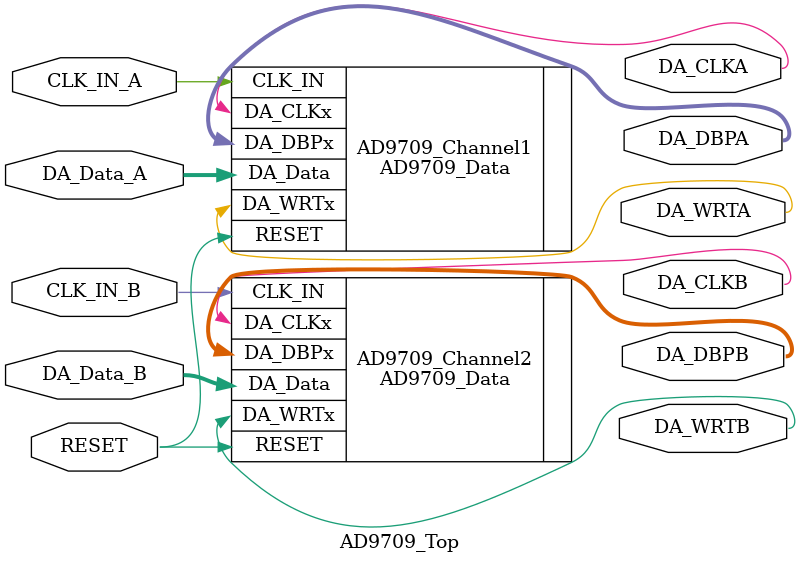
<source format=v>
`timescale 1ns / 1ps


module AD9709_Top(
    input CLK_IN_A,
    input CLK_IN_B,
    input RESET,
    input [7:0]DA_Data_A,
    input [7:0]DA_Data_B,
    
    output DA_CLKA,
    output DA_CLKB,
    output DA_WRTA,
    output DA_WRTB,
    output [7:0]DA_DBPA,
    output [7:0]DA_DBPB
);

AD9709_Data AD9709_Channel1(
    .CLK_IN(CLK_IN_A),
    .RESET(RESET),
    .DA_Data(DA_Data_A),
    
    .DA_CLKx(DA_CLKA),
    .DA_WRTx(DA_WRTA),
    .DA_DBPx(DA_DBPA)
);

AD9709_Data AD9709_Channel2(
    .CLK_IN(CLK_IN_B),
    .RESET(RESET),
    .DA_Data(DA_Data_B),
    
    .DA_CLKx(DA_CLKB),
    .DA_WRTx(DA_WRTB),
    .DA_DBPx(DA_DBPB)
);

endmodule

</source>
